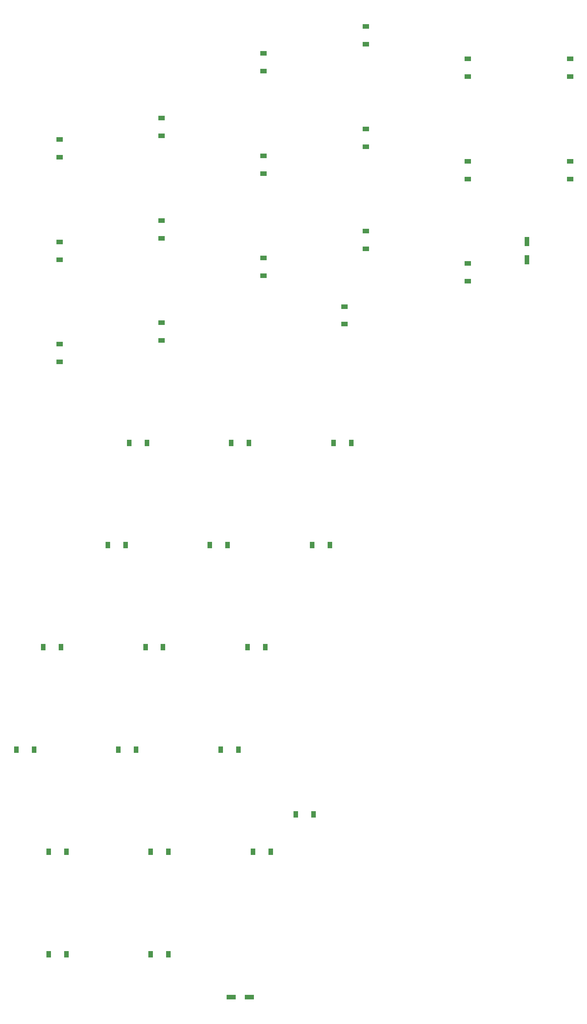
<source format=gbr>
%TF.GenerationSoftware,KiCad,Pcbnew,(6.0.7)*%
%TF.CreationDate,2022-08-26T13:32:48+02:00*%
%TF.ProjectId,lenz03_wired,6c656e7a-3033-45f7-9769-7265642e6b69,v1.0.0*%
%TF.SameCoordinates,Original*%
%TF.FileFunction,Paste,Top*%
%TF.FilePolarity,Positive*%
%FSLAX46Y46*%
G04 Gerber Fmt 4.6, Leading zero omitted, Abs format (unit mm)*
G04 Created by KiCad (PCBNEW (6.0.7)) date 2022-08-26 13:32:48*
%MOMM*%
%LPD*%
G01*
G04 APERTURE LIST*
%ADD10R,0.900000X1.200000*%
%ADD11R,1.200000X0.900000*%
%ADD12R,0.900000X1.700000*%
%ADD13R,1.700000X0.900000*%
G04 APERTURE END LIST*
D10*
%TO.C,D26*%
X50311000Y-138712000D03*
X47011000Y-138712000D03*
%TD*%
D11*
%TO.C,D1*%
X31010000Y-85687000D03*
X31010000Y-82387000D03*
%TD*%
%TO.C,D12*%
X88010000Y-26687000D03*
X88010000Y-23387000D03*
%TD*%
%TO.C,D17*%
X126010000Y-32687000D03*
X126010000Y-29387000D03*
%TD*%
D10*
%TO.C,D19*%
X85311000Y-100712000D03*
X82011000Y-100712000D03*
%TD*%
D12*
%TO.C,*%
X118010000Y-63337000D03*
X118010000Y-66737000D03*
%TD*%
D10*
%TO.C,D32*%
X51311000Y-176712000D03*
X48011000Y-176712000D03*
%TD*%
D11*
%TO.C,D3*%
X31010000Y-47687000D03*
X31010000Y-44387000D03*
%TD*%
%TO.C,D10*%
X88010000Y-64687000D03*
X88010000Y-61387000D03*
%TD*%
%TO.C,D11*%
X88010000Y-45687000D03*
X88010000Y-42387000D03*
%TD*%
%TO.C,D18*%
X84010000Y-75387000D03*
X84010000Y-78687000D03*
%TD*%
%TO.C,D15*%
X107010000Y-32687000D03*
X107010000Y-29387000D03*
%TD*%
D13*
%TO.C,*%
X62961000Y-203712000D03*
X66361000Y-203712000D03*
%TD*%
D10*
%TO.C,D23*%
X62311000Y-119712000D03*
X59011000Y-119712000D03*
%TD*%
D11*
%TO.C,D16*%
X126010000Y-51687000D03*
X126010000Y-48387000D03*
%TD*%
D10*
%TO.C,D24*%
X43311000Y-119712000D03*
X40011000Y-119712000D03*
%TD*%
%TO.C,D22*%
X81311000Y-119712000D03*
X78011000Y-119712000D03*
%TD*%
%TO.C,D20*%
X66311000Y-100712000D03*
X63011000Y-100712000D03*
%TD*%
D11*
%TO.C,D9*%
X69010000Y-31687000D03*
X69010000Y-28387000D03*
%TD*%
%TO.C,D8*%
X69010000Y-50687000D03*
X69010000Y-47387000D03*
%TD*%
D10*
%TO.C,D25*%
X69311000Y-138712000D03*
X66011000Y-138712000D03*
%TD*%
D11*
%TO.C,D7*%
X69010000Y-69687000D03*
X69010000Y-66387000D03*
%TD*%
D10*
%TO.C,D27*%
X31311000Y-138712000D03*
X28011000Y-138712000D03*
%TD*%
D11*
%TO.C,D13*%
X107010000Y-70687000D03*
X107010000Y-67387000D03*
%TD*%
D10*
%TO.C,D21*%
X47311000Y-100712000D03*
X44011000Y-100712000D03*
%TD*%
D11*
%TO.C,D5*%
X50010000Y-62687000D03*
X50010000Y-59387000D03*
%TD*%
D10*
%TO.C,D33*%
X32311000Y-176712000D03*
X29011000Y-176712000D03*
%TD*%
%TO.C,D30*%
X26311000Y-157712000D03*
X23011000Y-157712000D03*
%TD*%
D11*
%TO.C,D6*%
X50010000Y-43687000D03*
X50010000Y-40387000D03*
%TD*%
%TO.C,D14*%
X107010000Y-51687000D03*
X107010000Y-48387000D03*
%TD*%
D10*
%TO.C,D35*%
X32311000Y-195712000D03*
X29011000Y-195712000D03*
%TD*%
%TO.C,D28*%
X64311000Y-157712000D03*
X61011000Y-157712000D03*
%TD*%
%TO.C,D31*%
X70311000Y-176712000D03*
X67011000Y-176712000D03*
%TD*%
D11*
%TO.C,D4*%
X50010000Y-81687000D03*
X50010000Y-78387000D03*
%TD*%
D10*
%TO.C,D34*%
X51311000Y-195712000D03*
X48011000Y-195712000D03*
%TD*%
%TO.C,D29*%
X45311000Y-157712000D03*
X42011000Y-157712000D03*
%TD*%
%TO.C,D36*%
X75011000Y-169712000D03*
X78311000Y-169712000D03*
%TD*%
D11*
%TO.C,D2*%
X31010000Y-66687000D03*
X31010000Y-63387000D03*
%TD*%
M02*

</source>
